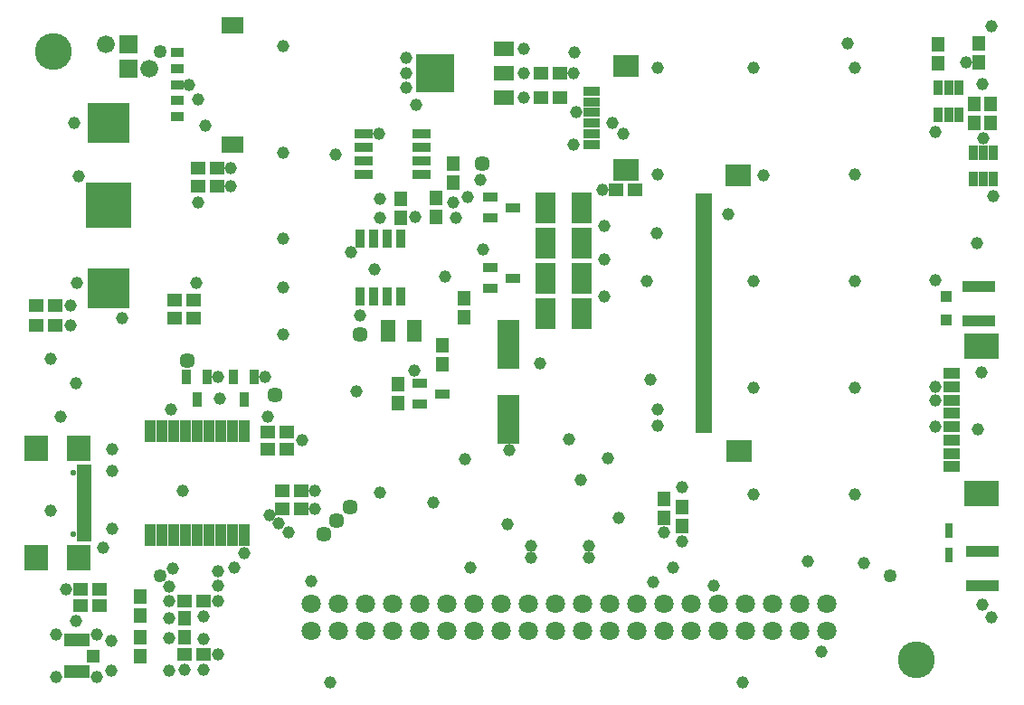
<source format=gbr>
G04 DesignSpark PCB PRO Gerber Version 10.0 Build 5299*
G04 #@! TF.Part,Single*
G04 #@! TF.FileFunction,Soldermask,Bot*
G04 #@! TF.FilePolarity,Negative*
%FSLAX35Y35*%
%MOIN*%
G04 #@! TA.AperFunction,SMDPad,CuDef*
%ADD79R,0.02969X0.05232*%
%ADD83R,0.03362X0.05528*%
%ADD17R,0.03559X0.05724*%
%ADD25R,0.03559X0.07004*%
%ADD15R,0.04150X0.08087*%
%ADD19R,0.04937X0.05291*%
%ADD26R,0.05331X0.08480*%
%ADD86R,0.06500X0.07000*%
%ADD23R,0.07300X0.11200*%
%ADD82R,0.08087X0.18323*%
%ADD74R,0.08874X0.09583*%
%ADD78R,0.04150X0.04150*%
%ADD81R,0.16748X0.16748*%
G04 #@! TA.AperFunction,ComponentPad*
%ADD73C,0.02280*%
G04 #@! TA.AperFunction,ViaPad*
%ADD10C,0.04543*%
G04 #@! TA.AperFunction,WasherPad*
%ADD12C,0.04937*%
G04 #@! TA.AperFunction,SMDPad,CuDef*
%ADD16C,0.05724*%
G04 #@! TA.AperFunction,ViaPad*
%ADD11C,0.06600*%
G04 #@! TA.AperFunction,ComponentPad*
%ADD14C,0.07102*%
G04 #@! TA.AperFunction,WasherPad*
%ADD13C,0.13598*%
G04 #@! TA.AperFunction,SMDPad,CuDef*
%ADD72R,0.05528X0.02181*%
%ADD22R,0.06118X0.02181*%
%ADD84R,0.04937X0.03362*%
%ADD20R,0.06118X0.03362*%
%ADD24R,0.05724X0.03559*%
%ADD29R,0.07004X0.03559*%
%ADD27R,0.06118X0.04150*%
%ADD77R,0.12063X0.04465*%
%ADD71R,0.05134X0.04937*%
%ADD18R,0.05291X0.04937*%
%ADD70R,0.09661X0.05134*%
%ADD75R,0.07299X0.05724*%
%ADD85R,0.08087X0.05921*%
%ADD21R,0.09661X0.08087*%
%ADD28R,0.12811X0.09268*%
%ADD76R,0.13992X0.13992*%
%ADD80R,0.15173X0.14780*%
G04 #@! TD.AperFunction*
X0Y0D02*
D02*
D10*
X20578Y73229D03*
X20579Y129134D03*
X22547Y11811D03*
Y27559D03*
X24122Y107874D03*
X26287Y44095D03*
X28059Y141733D03*
Y148819D03*
X29240Y216339D03*
X30028Y32677D03*
Y120079D03*
X30421Y157087D03*
X30815Y196457D03*
X37508Y11811D03*
Y27559D03*
X39870Y59646D03*
X43020Y14173D03*
Y25197D03*
X43216Y96063D03*
X43413Y66536D03*
Y87993D03*
X46838Y144134D03*
X64279Y14173D03*
Y26378D03*
Y33465D03*
Y39764D03*
Y45276D03*
X65067Y110630D03*
X65460Y51969D03*
X69398Y80512D03*
X69791Y14567D03*
X71759Y230315D03*
X74319Y157087D03*
X74909Y186811D03*
Y224804D03*
X76878Y14567D03*
Y25984D03*
Y34252D03*
X77665Y215158D03*
X82193Y122638D03*
X82389Y20079D03*
Y39764D03*
Y45669D03*
Y50788D03*
X82783Y114567D03*
X86960Y192914D03*
Y199607D03*
X88295Y52363D03*
X91838Y57481D03*
X99515Y122638D03*
X100500Y107874D03*
X101287Y71654D03*
X104633Y68504D03*
X106208Y138189D03*
X106405Y155512D03*
Y173622D03*
Y205119D03*
Y244489D03*
X108177Y65355D03*
X113098Y99213D03*
X116641Y47244D03*
X117822Y80512D03*
X118019Y73820D03*
X123728Y10040D03*
X125696Y204725D03*
X131208Y168504D03*
X133374Y117323D03*
X134751Y145276D03*
X139870Y162205D03*
X141444Y212224D03*
X141838Y79922D03*
Y181299D03*
Y188189D03*
X151680Y229135D03*
Y234646D03*
Y240158D03*
X154437Y124804D03*
X154830Y181496D03*
X155224Y222835D03*
X161523Y76378D03*
X165854Y159449D03*
X169004Y187008D03*
X169791Y181103D03*
X173137Y92323D03*
X174122Y188976D03*
X175303Y52363D03*
X178846Y195276D03*
X180028Y169685D03*
X189082Y68111D03*
X189476Y95670D03*
X194988Y225591D03*
Y234646D03*
Y243701D03*
X197744Y55906D03*
Y60237D03*
X200894Y127559D03*
X211720Y99607D03*
X213098Y208268D03*
X213295Y234646D03*
X213492Y242126D03*
X214279Y220079D03*
X215854Y84646D03*
X219004Y55906D03*
Y60237D03*
X223925Y191733D03*
X224516Y152362D03*
Y165748D03*
Y178346D03*
X226090Y92520D03*
X227665Y216142D03*
X230027Y70473D03*
X231602Y212205D03*
X240264Y157874D03*
X241445Y121654D03*
X242626Y46851D03*
X243807Y175591D03*
X244201Y104724D03*
Y110630D03*
Y197244D03*
Y236614D03*
X246563Y65355D03*
X249909Y52363D03*
X253256Y61811D03*
Y81890D03*
X264870Y45670D03*
X270185Y182678D03*
X275500Y10040D03*
X279634Y79134D03*
Y118504D03*
Y157874D03*
Y236614D03*
X283177Y196851D03*
X299712Y54725D03*
X304437Y21260D03*
X314279Y245670D03*
X317035Y79134D03*
Y118504D03*
Y157874D03*
Y197244D03*
Y236614D03*
X320185Y53937D03*
X346563Y104331D03*
Y113977D03*
Y118898D03*
Y158268D03*
Y212993D03*
X357783Y238583D03*
X361917Y172048D03*
X362311Y103150D03*
X363492Y124213D03*
X363885Y38583D03*
X364082Y230512D03*
X364279Y210630D03*
X367232Y251772D03*
X367429Y33858D03*
X368019Y189370D03*
D02*
D11*
X41051Y245276D03*
X56799Y236221D03*
D02*
D12*
X60933Y49409D03*
X60933Y242717D03*
X329831Y49409D03*
D02*
D13*
X21759Y242520D03*
X339476Y18110D03*
D02*
D14*
X116618Y28859D03*
Y38859D03*
X126618Y28859D03*
Y38859D03*
X136618Y28859D03*
Y38859D03*
X146618Y28859D03*
Y38859D03*
X156618Y28859D03*
Y38859D03*
X166618Y28859D03*
Y38859D03*
X176618Y28859D03*
Y38859D03*
X186618Y28859D03*
Y38859D03*
X196618Y28859D03*
Y38859D03*
X206618Y28859D03*
Y38859D03*
X216618Y28859D03*
Y38859D03*
X226618Y28859D03*
Y38859D03*
X236618Y28859D03*
Y38859D03*
X246618Y28859D03*
Y38859D03*
X256618Y28859D03*
Y38859D03*
X266618Y28859D03*
Y38859D03*
X276618Y28859D03*
Y38859D03*
X286618Y28859D03*
Y38859D03*
X296618Y28859D03*
Y38859D03*
X306618Y28859D03*
Y38859D03*
D02*
D15*
X57193Y64370D03*
Y102559D03*
X61524Y64370D03*
Y102559D03*
X65854Y64370D03*
Y102559D03*
X70185Y64370D03*
Y102559D03*
X74516Y64370D03*
Y102559D03*
X78846Y64370D03*
Y102559D03*
X83177Y64370D03*
Y102559D03*
X87508Y64370D03*
Y102559D03*
X91839Y64370D03*
Y102559D03*
D02*
D16*
X70775Y128544D03*
X103256Y115748D03*
X121169Y64567D03*
X126090Y69489D03*
X131011Y74410D03*
X134752Y138189D03*
X179633Y201181D03*
D02*
D17*
X70736Y122638D03*
X74516Y114370D03*
X78295Y122638D03*
X88059D03*
X91838Y114370D03*
X95618Y122638D03*
D02*
D18*
X15267Y141733D03*
Y148819D03*
X22267Y141733D03*
Y148819D03*
X31448Y38189D03*
Y44095D03*
X38448Y38189D03*
Y44095D03*
X66291Y144094D03*
Y150787D03*
X69834Y20079D03*
Y39764D03*
X73291Y144094D03*
Y150787D03*
X74952Y192914D03*
Y199607D03*
X76834Y20079D03*
Y39764D03*
X81952Y192914D03*
Y199607D03*
X100543Y96063D03*
Y102363D03*
X106055Y73819D03*
Y80512D03*
X107543Y96063D03*
Y102363D03*
X113055Y73819D03*
Y80512D03*
X201330Y225591D03*
Y234646D03*
X208330Y225591D03*
Y234646D03*
X229086Y191733D03*
X236086D03*
D02*
D19*
X53649Y19729D03*
Y26729D03*
Y34689D03*
Y41689D03*
X69791Y26421D03*
Y33421D03*
X148531Y113036D03*
Y120036D03*
X149712Y181343D03*
Y188343D03*
X162507Y181540D03*
Y188540D03*
X164870Y127327D03*
Y134327D03*
X169004Y194138D03*
Y201138D03*
X172941Y144689D03*
Y151689D03*
X246563Y70516D03*
Y77516D03*
X253256Y67717D03*
Y74717D03*
X347744Y238233D03*
Y245233D03*
X360933Y216382D03*
Y223382D03*
X362704Y238626D03*
Y245626D03*
X367035Y216382D03*
Y223382D03*
D02*
D70*
X30106Y13878D03*
Y25492D03*
D02*
D71*
X36110Y19685D03*
D02*
D20*
X219791Y208268D03*
Y212205D03*
Y216142D03*
Y220079D03*
Y224016D03*
Y227953D03*
D02*
D21*
X232587Y198819D03*
Y237402D03*
X273886Y196850D03*
X274122Y95276D03*
D02*
D22*
X261327Y102756D03*
Y104724D03*
Y106693D03*
Y108661D03*
Y110630D03*
Y112598D03*
Y114567D03*
Y116535D03*
Y118504D03*
Y120472D03*
Y122441D03*
Y124409D03*
Y126378D03*
Y128346D03*
Y130315D03*
Y132283D03*
Y134252D03*
Y136220D03*
Y138189D03*
Y140157D03*
Y142126D03*
Y144094D03*
Y146063D03*
Y148031D03*
Y150000D03*
Y151969D03*
Y153937D03*
Y155906D03*
Y157874D03*
Y159843D03*
Y161811D03*
Y163780D03*
Y165748D03*
Y167717D03*
Y169685D03*
Y171654D03*
Y173622D03*
Y175591D03*
Y177559D03*
Y179528D03*
Y181496D03*
Y183465D03*
Y185433D03*
Y187402D03*
Y189370D03*
D02*
D23*
X202855Y146063D03*
Y159055D03*
Y172047D03*
Y185039D03*
X216255Y146063D03*
Y159055D03*
Y172047D03*
Y185039D03*
D02*
D24*
X156602Y112559D03*
Y120119D03*
X164870Y116339D03*
X182587Y155276D03*
Y162835D03*
Y181260D03*
Y188819D03*
X190854Y159055D03*
Y185039D03*
D02*
D25*
X134732Y152119D03*
Y173473D03*
X139732Y152119D03*
Y173473D03*
X144732Y152119D03*
Y173473D03*
X149732Y152119D03*
Y173473D03*
D02*
D26*
X144791Y139567D03*
X154633D03*
D02*
D27*
X352634Y89469D03*
Y94390D03*
Y99311D03*
Y104232D03*
Y109154D03*
Y114075D03*
Y118996D03*
Y123917D03*
D02*
D28*
X363461Y79429D03*
Y133957D03*
D02*
D29*
X135886Y197224D03*
Y202224D03*
Y207224D03*
Y212224D03*
X157240Y197224D03*
Y202224D03*
Y207224D03*
Y212224D03*
D02*
D72*
X33091Y62795D03*
Y63976D03*
Y65945D03*
Y67126D03*
Y69094D03*
Y71063D03*
Y73031D03*
Y75000D03*
Y76969D03*
Y78937D03*
Y80906D03*
Y82874D03*
Y84843D03*
Y86024D03*
Y87992D03*
Y89173D03*
D02*
D73*
X28858Y64606D03*
Y87362D03*
D02*
D74*
X15354Y55866D03*
Y96102D03*
X30827Y55866D03*
Y96102D03*
D02*
D75*
X187485Y225574D03*
Y234630D03*
Y243685D03*
D02*
D76*
X162289Y234630D03*
D02*
D77*
X362705Y143169D03*
Y156043D03*
X363886Y45531D03*
Y58406D03*
D02*
D78*
X350500Y143701D03*
Y152363D03*
D02*
D79*
X351681Y56890D03*
Y65945D03*
D02*
D80*
X41838Y155315D03*
Y216339D03*
D02*
D81*
Y185827D03*
D02*
D82*
X189279Y106890D03*
Y134449D03*
D02*
D83*
X347744Y219292D03*
Y229134D03*
X351484Y219292D03*
Y229134D03*
X355224Y219292D03*
Y229134D03*
X360539Y195473D03*
Y205315D03*
X364279Y195473D03*
Y205315D03*
X368019Y195473D03*
Y205315D03*
D02*
D84*
X67232Y218504D03*
Y224410D03*
Y230315D03*
Y236221D03*
Y242126D03*
D02*
D85*
X87665Y208248D03*
Y252382D03*
D02*
D86*
X49319Y236248D03*
Y245248D03*
X0Y0D02*
M02*

</source>
